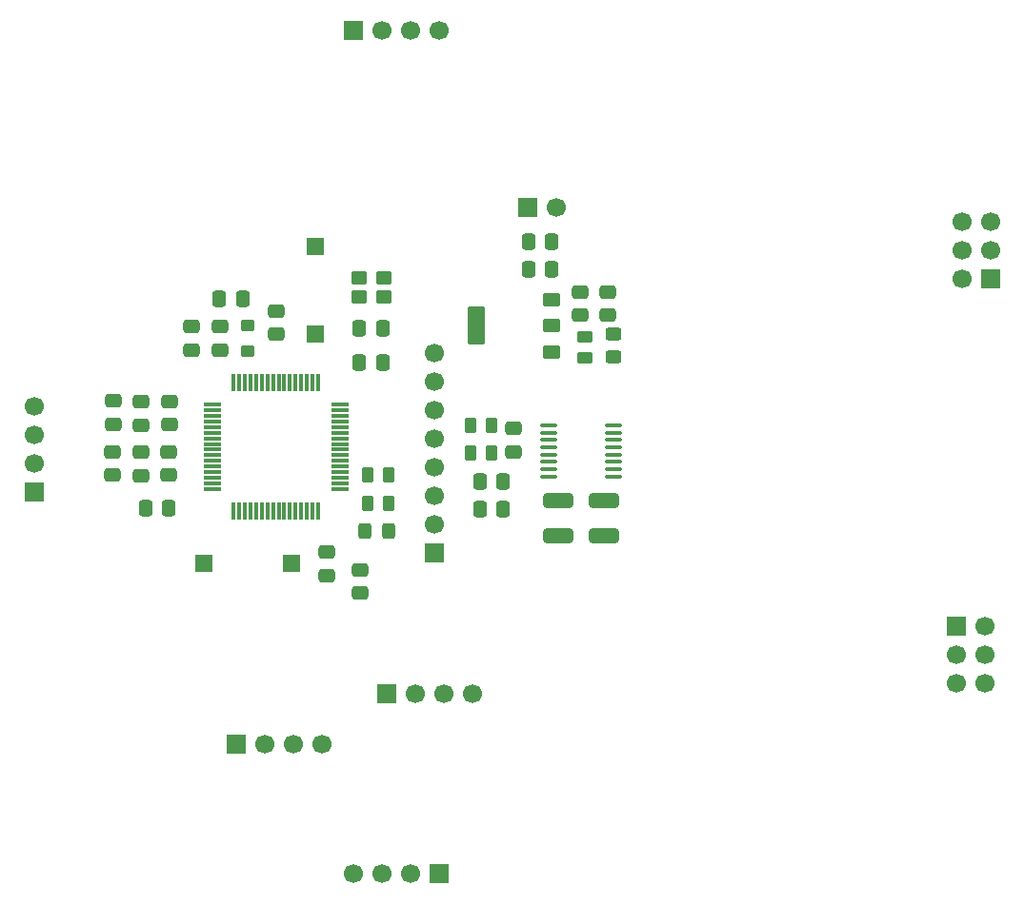
<source format=gbr>
%TF.GenerationSoftware,KiCad,Pcbnew,9.0.5*%
%TF.CreationDate,2025-12-24T21:09:35+07:00*%
%TF.ProjectId,katPCB_2Layers,6b617450-4342-45f3-924c-61796572732e,rev?*%
%TF.SameCoordinates,Original*%
%TF.FileFunction,Soldermask,Top*%
%TF.FilePolarity,Negative*%
%FSLAX46Y46*%
G04 Gerber Fmt 4.6, Leading zero omitted, Abs format (unit mm)*
G04 Created by KiCad (PCBNEW 9.0.5) date 2025-12-24 21:09:35*
%MOMM*%
%LPD*%
G01*
G04 APERTURE LIST*
G04 Aperture macros list*
%AMRoundRect*
0 Rectangle with rounded corners*
0 $1 Rounding radius*
0 $2 $3 $4 $5 $6 $7 $8 $9 X,Y pos of 4 corners*
0 Add a 4 corners polygon primitive as box body*
4,1,4,$2,$3,$4,$5,$6,$7,$8,$9,$2,$3,0*
0 Add four circle primitives for the rounded corners*
1,1,$1+$1,$2,$3*
1,1,$1+$1,$4,$5*
1,1,$1+$1,$6,$7*
1,1,$1+$1,$8,$9*
0 Add four rect primitives between the rounded corners*
20,1,$1+$1,$2,$3,$4,$5,0*
20,1,$1+$1,$4,$5,$6,$7,0*
20,1,$1+$1,$6,$7,$8,$9,0*
20,1,$1+$1,$8,$9,$2,$3,0*%
G04 Aperture macros list end*
%ADD10RoundRect,0.250000X-0.337500X-0.475000X0.337500X-0.475000X0.337500X0.475000X-0.337500X0.475000X0*%
%ADD11RoundRect,0.100000X0.637500X0.100000X-0.637500X0.100000X-0.637500X-0.100000X0.637500X-0.100000X0*%
%ADD12R,1.700000X1.700000*%
%ADD13C,1.700000*%
%ADD14RoundRect,0.250000X-0.475000X0.337500X-0.475000X-0.337500X0.475000X-0.337500X0.475000X0.337500X0*%
%ADD15RoundRect,0.250000X0.337500X0.475000X-0.337500X0.475000X-0.337500X-0.475000X0.337500X-0.475000X0*%
%ADD16RoundRect,0.250000X-1.075000X0.400000X-1.075000X-0.400000X1.075000X-0.400000X1.075000X0.400000X0*%
%ADD17RoundRect,0.250000X0.475000X-0.337500X0.475000X0.337500X-0.475000X0.337500X-0.475000X-0.337500X0*%
%ADD18R,1.500000X1.500000*%
%ADD19RoundRect,0.250000X-0.450000X-0.350000X0.450000X-0.350000X0.450000X0.350000X-0.450000X0.350000X0*%
%ADD20RoundRect,0.250000X-0.262500X-0.450000X0.262500X-0.450000X0.262500X0.450000X-0.262500X0.450000X0*%
%ADD21RoundRect,0.075000X-0.075000X0.700000X-0.075000X-0.700000X0.075000X-0.700000X0.075000X0.700000X0*%
%ADD22RoundRect,0.075000X-0.700000X0.075000X-0.700000X-0.075000X0.700000X-0.075000X0.700000X0.075000X0*%
%ADD23RoundRect,0.085050X0.671950X0.481950X-0.671950X0.481950X-0.671950X-0.481950X0.671950X-0.481950X0*%
%ADD24RoundRect,0.113550X0.643450X1.608450X-0.643450X1.608450X-0.643450X-1.608450X0.643450X-1.608450X0*%
%ADD25RoundRect,0.250000X0.450000X-0.262500X0.450000X0.262500X-0.450000X0.262500X-0.450000X-0.262500X0*%
%ADD26RoundRect,0.250000X0.325000X0.450000X-0.325000X0.450000X-0.325000X-0.450000X0.325000X-0.450000X0*%
%ADD27RoundRect,0.250000X0.262500X0.450000X-0.262500X0.450000X-0.262500X-0.450000X0.262500X-0.450000X0*%
%ADD28RoundRect,0.250000X-0.350000X0.275000X-0.350000X-0.275000X0.350000X-0.275000X0.350000X0.275000X0*%
%ADD29RoundRect,0.250000X0.450000X-0.325000X0.450000X0.325000X-0.450000X0.325000X-0.450000X-0.325000X0*%
G04 APERTURE END LIST*
D10*
%TO.C,C14*%
X121925000Y-67000000D03*
X124000000Y-67000000D03*
%TD*%
D11*
%TO.C,U4*%
X144500000Y-77150000D03*
X144500000Y-76500000D03*
X144500000Y-75850000D03*
X144500000Y-75200000D03*
X144500000Y-74550000D03*
X144500000Y-73900000D03*
X144500000Y-73250000D03*
X144500000Y-72600000D03*
X138775000Y-72600000D03*
X138775000Y-73250000D03*
X138775000Y-73900000D03*
X138775000Y-74550000D03*
X138775000Y-75200000D03*
X138775000Y-75850000D03*
X138775000Y-76500000D03*
X138775000Y-77150000D03*
%TD*%
D12*
%TO.C,J10*%
X178000000Y-59580000D03*
D13*
X175460000Y-59580000D03*
X178000000Y-57040000D03*
X175460000Y-57040000D03*
X178000000Y-54500000D03*
X175460000Y-54500000D03*
%TD*%
D14*
%TO.C,C2*%
X122000000Y-85425000D03*
X122000000Y-87500000D03*
%TD*%
%TO.C,C15*%
X141537500Y-60710000D03*
X141537500Y-62785000D03*
%TD*%
D15*
%TO.C,C10*%
X111537500Y-61350000D03*
X109462500Y-61350000D03*
%TD*%
D12*
%TO.C,J2*%
X93000000Y-78540000D03*
D13*
X93000000Y-76000000D03*
X93000000Y-73460000D03*
X93000000Y-70920000D03*
%TD*%
D14*
%TO.C,C20*%
X105037500Y-70462500D03*
X105037500Y-72537500D03*
%TD*%
D15*
%TO.C,C7*%
X139037500Y-56247500D03*
X136962500Y-56247500D03*
%TD*%
D14*
%TO.C,C16*%
X100017500Y-70425000D03*
X100017500Y-72500000D03*
%TD*%
%TO.C,C19*%
X144037500Y-60710000D03*
X144037500Y-62785000D03*
%TD*%
D16*
%TO.C,R4*%
X143637500Y-79325000D03*
X143637500Y-82425000D03*
%TD*%
D17*
%TO.C,C12*%
X119018750Y-85943750D03*
X119018750Y-83868750D03*
%TD*%
D18*
%TO.C,SW1*%
X118000000Y-64500000D03*
X118000000Y-56700000D03*
%TD*%
D17*
%TO.C,C11*%
X114500000Y-64500000D03*
X114500000Y-62425000D03*
%TD*%
%TO.C,C21*%
X107000000Y-65887500D03*
X107000000Y-63812500D03*
%TD*%
D19*
%TO.C,Y1*%
X121925000Y-61200000D03*
X124125000Y-61200000D03*
X124125000Y-59500000D03*
X121925000Y-59500000D03*
%TD*%
D10*
%TO.C,C17*%
X121925000Y-64000000D03*
X124000000Y-64000000D03*
%TD*%
D20*
%TO.C,R7*%
X131839931Y-75054212D03*
X133664931Y-75054212D03*
%TD*%
D12*
%TO.C,J1*%
X124380000Y-96500000D03*
D13*
X126920000Y-96500000D03*
X129460000Y-96500000D03*
X132000000Y-96500000D03*
%TD*%
D17*
%TO.C,C18*%
X109500000Y-65887500D03*
X109500000Y-63812500D03*
%TD*%
%TO.C,C8*%
X100007500Y-77000000D03*
X100007500Y-74925000D03*
%TD*%
D10*
%TO.C,C4*%
X132627431Y-80054212D03*
X134702431Y-80054212D03*
%TD*%
D14*
%TO.C,C5*%
X135637500Y-72850000D03*
X135637500Y-74925000D03*
%TD*%
D12*
%TO.C,J7*%
X110960000Y-101000000D03*
D13*
X113500000Y-101000000D03*
X116040000Y-101000000D03*
X118580000Y-101000000D03*
%TD*%
D20*
%TO.C,R1*%
X122675000Y-77000000D03*
X124500000Y-77000000D03*
%TD*%
D17*
%TO.C,C9*%
X102527500Y-77075000D03*
X102527500Y-75000000D03*
%TD*%
D14*
%TO.C,C22*%
X102507500Y-70500000D03*
X102507500Y-72575000D03*
%TD*%
D12*
%TO.C,J9*%
X174990000Y-90500000D03*
D13*
X177530000Y-90500000D03*
X174990000Y-93040000D03*
X177530000Y-93040000D03*
X174990000Y-95580000D03*
X177530000Y-95580000D03*
%TD*%
D21*
%TO.C,U1*%
X118250000Y-68825000D03*
X117750000Y-68825000D03*
X117250000Y-68825000D03*
X116750000Y-68825000D03*
X116250000Y-68825000D03*
X115750000Y-68825000D03*
X115250000Y-68825000D03*
X114750000Y-68825000D03*
X114250000Y-68825000D03*
X113750000Y-68825000D03*
X113250000Y-68825000D03*
X112750000Y-68825000D03*
X112250000Y-68825000D03*
X111750000Y-68825000D03*
X111250000Y-68825000D03*
X110750000Y-68825000D03*
D22*
X108825000Y-70750000D03*
X108825000Y-71250000D03*
X108825000Y-71750000D03*
X108825000Y-72250000D03*
X108825000Y-72750000D03*
X108825000Y-73250000D03*
X108825000Y-73750000D03*
X108825000Y-74250000D03*
X108825000Y-74750000D03*
X108825000Y-75250000D03*
X108825000Y-75750000D03*
X108825000Y-76250000D03*
X108825000Y-76750000D03*
X108825000Y-77250000D03*
X108825000Y-77750000D03*
X108825000Y-78250000D03*
D21*
X110750000Y-80175000D03*
X111250000Y-80175000D03*
X111750000Y-80175000D03*
X112250000Y-80175000D03*
X112750000Y-80175000D03*
X113250000Y-80175000D03*
X113750000Y-80175000D03*
X114250000Y-80175000D03*
X114750000Y-80175000D03*
X115250000Y-80175000D03*
X115750000Y-80175000D03*
X116250000Y-80175000D03*
X116750000Y-80175000D03*
X117250000Y-80175000D03*
X117750000Y-80175000D03*
X118250000Y-80175000D03*
D22*
X120175000Y-78250000D03*
X120175000Y-77750000D03*
X120175000Y-77250000D03*
X120175000Y-76750000D03*
X120175000Y-76250000D03*
X120175000Y-75750000D03*
X120175000Y-75250000D03*
X120175000Y-74750000D03*
X120175000Y-74250000D03*
X120175000Y-73750000D03*
X120175000Y-73250000D03*
X120175000Y-72750000D03*
X120175000Y-72250000D03*
X120175000Y-71750000D03*
X120175000Y-71250000D03*
X120175000Y-70750000D03*
%TD*%
D10*
%TO.C,C3*%
X132627431Y-77554212D03*
X134702431Y-77554212D03*
%TD*%
D23*
%TO.C,U3*%
X139037500Y-66037500D03*
X139037500Y-63747500D03*
X139037500Y-61457500D03*
D24*
X132347500Y-63747500D03*
%TD*%
D17*
%TO.C,C13*%
X105007500Y-77037500D03*
X105007500Y-74962500D03*
%TD*%
D12*
%TO.C,J5*%
X128596377Y-83903618D03*
D13*
X128596377Y-81363618D03*
X128596377Y-78823618D03*
X128596377Y-76283618D03*
X128596377Y-73743618D03*
X128596377Y-71203618D03*
X128596377Y-68663618D03*
X128596377Y-66123618D03*
%TD*%
D25*
%TO.C,R6*%
X142000000Y-66578141D03*
X142000000Y-64753141D03*
%TD*%
D26*
%TO.C,D1*%
X124500000Y-82000000D03*
X122450000Y-82000000D03*
%TD*%
D27*
%TO.C,R2*%
X124500000Y-79500000D03*
X122675000Y-79500000D03*
%TD*%
D12*
%TO.C,J6*%
X136847500Y-53247500D03*
D13*
X139387500Y-53247500D03*
%TD*%
D28*
%TO.C,FB1*%
X112000000Y-63700000D03*
X112000000Y-66000000D03*
%TD*%
D12*
%TO.C,J3*%
X121380000Y-37500000D03*
D13*
X123920000Y-37500000D03*
X126460000Y-37500000D03*
X129000000Y-37500000D03*
%TD*%
D16*
%TO.C,R3*%
X139637500Y-79325000D03*
X139637500Y-82425000D03*
%TD*%
D12*
%TO.C,J4*%
X129040000Y-112500000D03*
D13*
X126500000Y-112500000D03*
X123960000Y-112500000D03*
X121420000Y-112500000D03*
%TD*%
D29*
%TO.C,D2*%
X144500000Y-66525000D03*
X144500000Y-64475000D03*
%TD*%
D18*
%TO.C,SW2*%
X115918750Y-84906250D03*
X108118750Y-84906250D03*
%TD*%
D20*
%TO.C,R5*%
X131839931Y-72554212D03*
X133664931Y-72554212D03*
%TD*%
D15*
%TO.C,C1*%
X105000000Y-80000000D03*
X102925000Y-80000000D03*
%TD*%
%TO.C,C6*%
X139037500Y-58747500D03*
X136962500Y-58747500D03*
%TD*%
M02*

</source>
